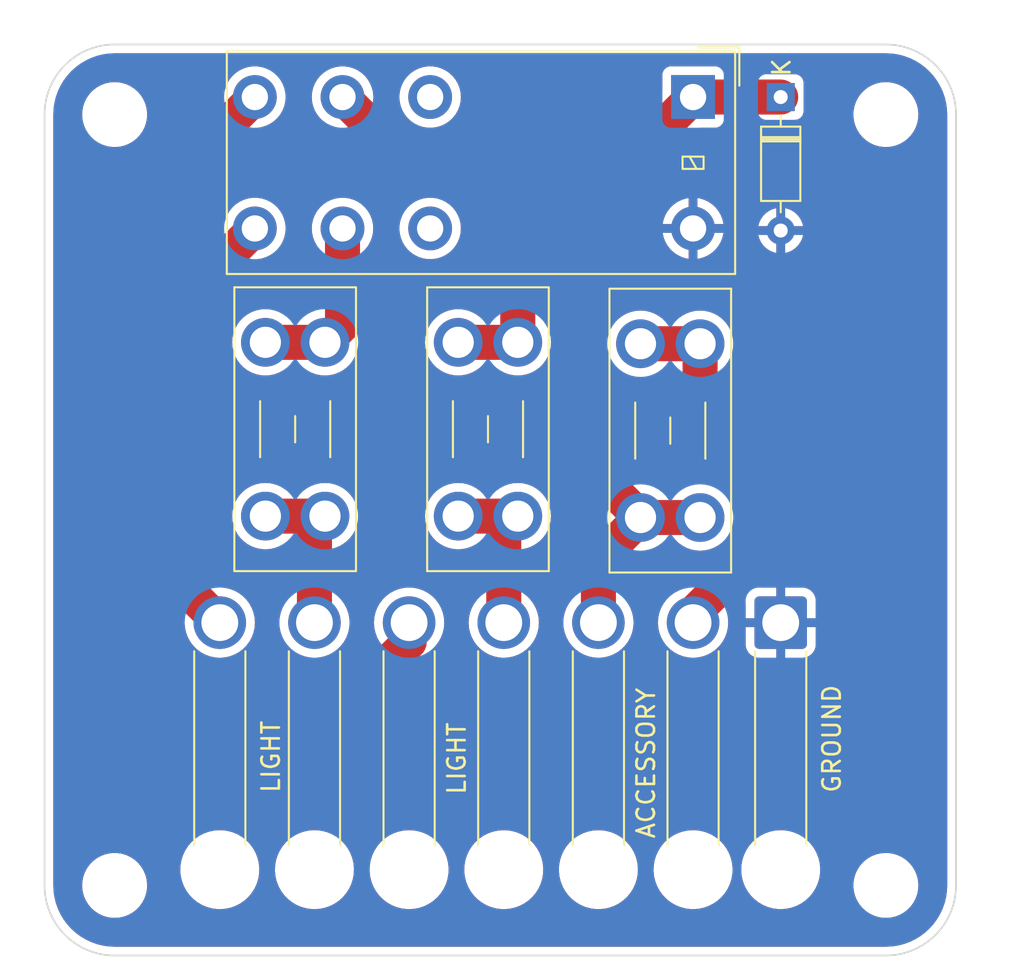
<source format=kicad_pcb>
(kicad_pcb (version 20221018) (generator pcbnew)
  (layers (0 "F.Cu" signal) (31 "B.Cu" signal) (34 "B.Paste" user) (35 "F.Paste" user) (36 "B.SilkS" user "B.Silkscreen") (37 "F.SilkS" user "F.Silkscreen") (38 "B.Mask" user) (39 "F.Mask" user) (44 "Edge.Cuts" user))
  (net 0 "")
  (net 1 "+12V")
  (net 2 "GND")
  (net 3 "Net-(J4-Pin_6)")
  (net 4 "Net-(F2-Pad1)")
  (net 5 "Net-(J4-Pin_4)")
  (net 6 "Net-(F3-Pad1)")
  (net 7 "Net-(J4-Pin_2)")
  (net 8 "Net-(J4-Pin_1)")
  (net 9 "Net-(J4-Pin_3)")
  (footprint "Diode_THT:D_DO-35_SOD27_P7.62mm_Horizontal" (layer "F.Cu") (at 42 3 -90)
    (fp_text reference "D1" hide)
    (fp_text value "1N4148")
    (fp_text user "K" (at -1.69 -0.05 90) (layer "F.SilkS"))
    (fp_line (start 1.04 0) (end 1.69 0) (stroke (width 0.12)) (layer "F.SilkS"))
    (fp_line (start 1.69 -1.12) (end 1.69 1.12) (stroke (width 0.12)) (layer "F.SilkS"))
    (fp_line (start 1.69 1.12) (end 5.93 1.12) (stroke (width 0.12)) (layer "F.SilkS"))
    (fp_line (start 2.29 -1.12) (end 2.29 1.12) (stroke (width 0.12)) (layer "F.SilkS"))
    (fp_line (start 2.41 -1.12) (end 2.41 1.12) (stroke (width 0.12)) (layer "F.SilkS"))
    (fp_line (start 2.53 -1.12) (end 2.53 1.12) (stroke (width 0.12)) (layer "F.SilkS"))
    (fp_line (start 5.93 -1.12) (end 1.69 -1.12) (stroke (width 0.12)) (layer "F.SilkS"))
    (fp_line (start 5.93 1.12) (end 5.93 -1.12) (stroke (width 0.12)) (layer "F.SilkS"))
    (fp_line (start 6.58 0) (end 5.93 0) (stroke (width 0.12)) (layer "F.SilkS"))
    (pad "1" thru_hole rect (at 0 0 270) (size 1.6 1.6) (drill 0.8) (layers "*.Cu" "*.Mask") (net 1 "+12V"))
    (pad "2" thru_hole oval (at 7.62 0 270) (size 1.6 1.6) (drill 0.8) (layers "*.Cu" "*.Mask") (net 2 "GND"))
  )
  (footprint "Relay_THT:Relay_DPDT_Omron_G2RL" (layer "F.Cu") (at 37 3 180)
    (fp_text reference "RL1" hide)
    (fp_text value "G2RL-24-DC12")
    (fp_line (start -2.64 2.84) (end -2.64 0.65) (stroke (width 0.12)) (layer "F.SilkS"))
    (fp_line (start -2.4 -10.1) (end -2.4 2.6) (stroke (width 0.12)) (layer "F.SilkS"))
    (fp_line (start -2.4 2.6) (end 26.6 2.6) (stroke (width 0.12)) (layer "F.SilkS"))
    (fp_line (start -0.6 -4.1) (end -0.6 -3.4) (stroke (width 0.12)) (layer "F.SilkS"))
    (fp_line (start -0.6 -3.4) (end 0.6 -3.4) (stroke (width 0.12)) (layer "F.SilkS"))
    (fp_line (start -0.3 2.84) (end -2.64 2.84) (stroke (width 0.12)) (layer "F.SilkS"))
    (fp_line (start 0.2 -3.4) (end -0.2 -4.1) (stroke (width 0.12)) (layer "F.SilkS"))
    (fp_line (start 0.6 -4.1) (end -0.6 -4.1) (stroke (width 0.12)) (layer "F.SilkS"))
    (fp_line (start 0.6 -3.4) (end 0.6 -4.1) (stroke (width 0.12)) (layer "F.SilkS"))
    (fp_line (start 26.6 -10.1) (end -2.4 -10.1) (stroke (width 0.12)) (layer "F.SilkS"))
    (fp_line (start 26.6 2.6) (end 26.6 -10.1) (stroke (width 0.12)) (layer "F.SilkS"))
    (pad "1" thru_hole rect (at 0 0 270) (size 2.5 2.5) (drill 1.5) (layers "*.Cu" "*.Mask") (net 1 "+12V"))
    (pad "2" thru_hole oval (at 15 0 270) (size 2.5 2.5) (drill 1.5) (layers "*.Cu" "*.Mask"))
    (pad "3" thru_hole oval (at 20 0 270) (size 2.5 2.5) (drill 1.5) (layers "*.Cu" "*.Mask") (net 4 "Net-(F2-Pad1)"))
    (pad "4" thru_hole oval (at 25 0 270) (size 2.5 2.5) (drill 1.5) (layers "*.Cu" "*.Mask") (net 9 "Net-(J4-Pin_3)"))
    (pad "5" thru_hole oval (at 25 -7.5 270) (size 2.5 2.5) (drill 1.5) (layers "*.Cu" "*.Mask") (net 8 "Net-(J4-Pin_1)"))
    (pad "6" thru_hole oval (at 20 -7.5 270) (size 2.5 2.5) (drill 1.5) (layers "*.Cu" "*.Mask") (net 6 "Net-(F3-Pad1)"))
    (pad "7" thru_hole oval (at 15 -7.5 270) (size 2.5 2.5) (drill 1.5) (layers "*.Cu" "*.Mask"))
    (pad "8" thru_hole oval (at 0 -7.5 270) (size 2.5 2.5) (drill 1.5) (layers "*.Cu" "*.Mask") (net 2 "GND"))
  )
  (footprint "Connector_Wire:SolderWire-1sqmm_1x06_P5.4mm_D1.4mm_OD2.7mm_Relief" (layer "F.Cu") (at 10 33)
    (fp_text reference "J4" hide)
    (fp_text value "Conn_01x06")
    (fp_line (start -1.46 1.635) (end -1.46 14.74) (stroke (width 0.12)) (layer "F.SilkS"))
    (fp_line (start 1.46 1.635) (end 1.46 14.74) (stroke (width 0.12)) (layer "F.SilkS"))
    (fp_line (start 3.94 1.635) (end 3.94 14.74) (stroke (width 0.12)) (layer "F.SilkS"))
    (fp_line (start 6.86 1.635) (end 6.86 14.74) (stroke (width 0.12)) (layer "F.SilkS"))
    (fp_line (start 9.34 1.635) (end 9.34 14.74) (stroke (width 0.12)) (layer "F.SilkS"))
    (fp_line (start 12.26 1.635) (end 12.26 14.74) (stroke (width 0.12)) (layer "F.SilkS"))
    (fp_line (start 14.74 1.635) (end 14.74 14.74) (stroke (width 0.12)) (layer "F.SilkS"))
    (fp_line (start 17.66 1.635) (end 17.66 14.74) (stroke (width 0.12)) (layer "F.SilkS"))
    (fp_line (start 20.14 1.635) (end 20.14 14.74) (stroke (width 0.12)) (layer "F.SilkS"))
    (fp_line (start 23.06 1.635) (end 23.06 14.74) (stroke (width 0.12)) (layer "F.SilkS"))
    (fp_line (start 25.54 1.635) (end 25.54 14.74) (stroke (width 0.12)) (layer "F.SilkS"))
    (fp_line (start 28.46 1.635) (end 28.46 14.74) (stroke (width 0.12)) (layer "F.SilkS"))
    (pad "" np_thru_hole circle (at 0 14.1) (size 4 4) (drill 4) (layers "F&B.Cu" "*.Mask"))
    (pad "" np_thru_hole circle (at 5.4 14.1) (size 4 4) (drill 4) (layers "F&B.Cu" "*.Mask"))
    (pad "" np_thru_hole circle (at 10.8 14.1) (size 4 4) (drill 4) (layers "F&B.Cu" "*.Mask"))
    (pad "" np_thru_hole circle (at 16.2 14.1) (size 4 4) (drill 4) (layers "F&B.Cu" "*.Mask"))
    (pad "" np_thru_hole circle (at 21.6 14.1) (size 4 4) (drill 4) (layers "F&B.Cu" "*.Mask"))
    (pad "" np_thru_hole circle (at 27 14.1) (size 4 4) (drill 4) (layers "F&B.Cu" "*.Mask"))
    (pad "1" thru_hole circle (at 0 0) (size 3 3) (drill 2.1) (layers "*.Cu" "*.Mask") (net 8 "Net-(J4-Pin_1)"))
    (pad "2" thru_hole circle (at 5.4 0) (size 3 3) (drill 2.1) (layers "*.Cu" "*.Mask") (net 7 "Net-(J4-Pin_2)"))
    (pad "3" thru_hole circle (at 10.8 0) (size 3 3) (drill 2.1) (layers "*.Cu" "*.Mask") (net 9 "Net-(J4-Pin_3)"))
    (pad "4" thru_hole circle (at 16.2 0) (size 3 3) (drill 2.1) (layers "*.Cu" "*.Mask") (net 5 "Net-(J4-Pin_4)"))
    (pad "5" thru_hole circle (at 21.6 0) (size 3 3) (drill 2.1) (layers "*.Cu" "*.Mask") (net 1 "+12V"))
    (pad "6" thru_hole circle (at 27 0) (size 3 3) (drill 2.1) (layers "*.Cu" "*.Mask") (net 3 "Net-(J4-Pin_6)"))
  )
  (footprint "MountingHole:MountingHole_3.2mm_M3" (layer "F.Cu") (at 4 48)
    (fp_text reference "H3" hide)
    (fp_text value "MountingHole")
    (pad "" np_thru_hole circle (at 0 0) (size 3.2 3.2) (drill 3.2) (layers "*.Cu" "*.Mask"))
  )
  (footprint "MountingHole:MountingHole_3.2mm_M3" (layer "F.Cu") (at 48 4)
    (fp_text reference "H2" hide)
    (fp_text value "MountingHole")
    (pad "" np_thru_hole circle (at 0 0) (size 3.2 3.2) (drill 3.2) (layers "*.Cu" "*.Mask"))
  )
  (footprint "MountingHole:MountingHole_3.2mm_M3" (layer "F.Cu") (at 4 4)
    (fp_text reference "H1" hide)
    (fp_text value "MountingHole")
    (pad "" np_thru_hole circle (at 0 0) (size 3.2 3.2) (drill 3.2) (layers "*.Cu" "*.Mask"))
  )
  (footprint "Fuse:Fuseholder_Blade_Mini_Keystone_3568" (layer "F.Cu") (at 34 27 90)
    (fp_text reference "F1" hide)
    (fp_text value "Fuse")
    (fp_line (start -3.14 -1.77) (end -3.14 5.17) (stroke (width 0.12)) (layer "F.SilkS"))
    (fp_line (start -3.14 5.17) (end 13.06 5.17) (stroke (width 0.12)) (layer "F.SilkS"))
    (fp_line (start 3.36 -0.3) (end 6.56 -0.3) (stroke (width 0.12)) (layer "F.SilkS"))
    (fp_line (start 4.21 1.7) (end 5.71 1.7) (stroke (width 0.12)) (layer "F.SilkS"))
    (fp_line (start 6.56 3.7) (end 3.36 3.7) (stroke (width 0.12)) (layer "F.SilkS"))
    (fp_line (start 13.06 -1.77) (end -3.14 -1.77) (stroke (width 0.12)) (layer "F.SilkS"))
    (fp_line (start 13.06 5.17) (end 13.06 -1.77) (stroke (width 0.12)) (layer "F.SilkS"))
    (pad "1" thru_hole circle (at 0 0 90) (size 2.78 2.78) (drill 1.78) (layers "*.Cu" "*.Mask") (net 1 "+12V"))
    (pad "1" thru_hole circle (at 0 3.4 90) (size 2.78 2.78) (drill 1.78) (layers "*.Cu" "*.Mask") (net 1 "+12V"))
    (pad "2" thru_hole circle (at 9.92 0 90) (size 2.78 2.78) (drill 1.78) (layers "*.Cu" "*.Mask") (net 3 "Net-(J4-Pin_6)"))
    (pad "2" thru_hole circle (at 9.92 3.4 90) (size 2.78 2.78) (drill 1.78) (layers "*.Cu" "*.Mask") (net 3 "Net-(J4-Pin_6)"))
  )
  (footprint "Fuse:Fuseholder_Blade_Mini_Keystone_3568" (layer "F.Cu") (at 27 17 -90)
    (fp_text reference "F2" hide)
    (fp_text value "Fuse")
    (fp_line (start -3.14 -1.77) (end -3.14 5.17) (stroke (width 0.12)) (layer "F.SilkS"))
    (fp_line (start -3.14 5.17) (end 13.06 5.17) (stroke (width 0.12)) (layer "F.SilkS"))
    (fp_line (start 3.36 -0.3) (end 6.56 -0.3) (stroke (width 0.12)) (layer "F.SilkS"))
    (fp_line (start 4.21 1.7) (end 5.71 1.7) (stroke (width 0.12)) (layer "F.SilkS"))
    (fp_line (start 6.56 3.7) (end 3.36 3.7) (stroke (width 0.12)) (layer "F.SilkS"))
    (fp_line (start 13.06 -1.77) (end -3.14 -1.77) (stroke (width 0.12)) (layer "F.SilkS"))
    (fp_line (start 13.06 5.17) (end 13.06 -1.77) (stroke (width 0.12)) (layer "F.SilkS"))
    (pad "1" thru_hole circle (at 0 0 270) (size 2.78 2.78) (drill 1.78) (layers "*.Cu" "*.Mask") (net 4 "Net-(F2-Pad1)"))
    (pad "1" thru_hole circle (at 0 3.4 270) (size 2.78 2.78) (drill 1.78) (layers "*.Cu" "*.Mask") (net 4 "Net-(F2-Pad1)"))
    (pad "2" thru_hole circle (at 9.92 0 270) (size 2.78 2.78) (drill 1.78) (layers "*.Cu" "*.Mask") (net 5 "Net-(J4-Pin_4)"))
    (pad "2" thru_hole circle (at 9.92 3.4 270) (size 2.78 2.78) (drill 1.78) (layers "*.Cu" "*.Mask") (net 5 "Net-(J4-Pin_4)"))
  )
  (footprint "MountingHole:MountingHole_3.2mm_M3" (layer "F.Cu") (at 48 48)
    (fp_text reference "H4" hide)
    (fp_text value "MountingHole")
    (pad "" np_thru_hole circle (at 0 0) (size 3.2 3.2) (drill 3.2) (layers "*.Cu" "*.Mask"))
  )
  (footprint "Connector_Wire:SolderWire-1sqmm_1x01_D1.4mm_OD2.7mm_Relief" (layer "F.Cu") (at 42 33)
    (fp_text reference "J5" hide)
    (fp_text value "Conn_01x01")
    (fp_line (start -1.46 1.635) (end -1.46 14.74) (stroke (width 0.12)) (layer "F.SilkS"))
    (fp_line (start 1.46 1.635) (end 1.46 14.74) (stroke (width 0.12)) (layer "F.SilkS"))
    (pad "" np_thru_hole circle (at 0 14.1) (size 4 4) (drill 4) (layers "F&B.Cu" "*.Mask"))
    (pad "1" thru_hole roundrect (at 0 0) (size 3 3) (drill 2.1) (layers "*.Cu" "*.Mask") (roundrect_rratio 0.090909) (net 2 "GND"))
  )
  (footprint "Fuse:Fuseholder_Blade_Mini_Keystone_3568" (layer "F.Cu") (at 16 17 -90)
    (fp_text reference "F3" hide)
    (fp_text value "Fuse")
    (fp_line (start -3.14 -1.77) (end -3.14 5.17) (stroke (width 0.12)) (layer "F.SilkS"))
    (fp_line (start -3.14 5.17) (end 13.06 5.17) (stroke (width 0.12)) (layer "F.SilkS"))
    (fp_line (start 3.36 -0.3) (end 6.56 -0.3) (stroke (width 0.12)) (layer "F.SilkS"))
    (fp_line (start 4.21 1.7) (end 5.71 1.7) (stroke (width 0.12)) (layer "F.SilkS"))
    (fp_line (start 6.56 3.7) (end 3.36 3.7) (stroke (width 0.12)) (layer "F.SilkS"))
    (fp_line (start 13.06 -1.77) (end -3.14 -1.77) (stroke (width 0.12)) (layer "F.SilkS"))
    (fp_line (start 13.06 5.17) (end 13.06 -1.77) (stroke (width 0.12)) (layer "F.SilkS"))
    (pad "1" thru_hole circle (at 0 0 270) (size 2.78 2.78) (drill 1.78) (layers "*.Cu" "*.Mask") (net 6 "Net-(F3-Pad1)"))
    (pad "1" thru_hole circle (at 0 3.4 270) (size 2.78 2.78) (drill 1.78) (layers "*.Cu" "*.Mask") (net 6 "Net-(F3-Pad1)"))
    (pad "2" thru_hole circle (at 9.92 0 270) (size 2.78 2.78) (drill 1.78) (layers "*.Cu" "*.Mask") (net 7 "Net-(J4-Pin_2)"))
    (pad "2" thru_hole circle (at 9.92 3.4 270) (size 2.78 2.78) (drill 1.78) (layers "*.Cu" "*.Mask") (net 7 "Net-(J4-Pin_2)"))
  )
  (gr_arc (start 48 0) (mid 50.828427 1.171573) (end 52 4) (stroke (width 0.1)) (layer "Edge.Cuts"))
  (gr_line (start 0 4) (end 0 48) (stroke (width 0.1)) (layer "Edge.Cuts"))
  (gr_line (start 52 4) (end 52 48) (stroke (width 0.1)) (layer "Edge.Cuts"))
  (gr_arc (start 4 52) (mid 1.171573 50.828427) (end 0 48) (stroke (width 0.1)) (layer "Edge.Cuts"))
  (gr_arc (start 0 4) (mid 1.171573 1.171573) (end 4 0) (stroke (width 0.1)) (layer "Edge.Cuts"))
  (gr_line (start 4 0) (end 48 0) (stroke (width 0.1)) (layer "Edge.Cuts"))
  (gr_arc (start 52 48) (mid 50.828427 50.828427) (end 48 52) (stroke (width 0.1)) (layer "Edge.Cuts"))
  (gr_line (start 4 52) (end 48 52) (stroke (width 0.1)) (layer "Edge.Cuts"))
  (gr_text "GROUND" (at 45.5 42.8 90) (layer "F.SilkS") (effects (font (size 1 1)) (justify left bottom)))
  (gr_text "LIGHT" (at 24.1 42.9 90) (layer "F.SilkS") (effects (font (size 1 1)) (justify left bottom)))
  (gr_text "LIGHT" (at 13.5 42.8 90) (layer "F.SilkS") (effects (font (size 1 1)) (justify left bottom)))
  (gr_text "ACCESSORY" (at 34.9 45.4 90) (layer "F.SilkS") (effects (font (size 1 1)) (justify left bottom)))
  (segment (start 31.6 29.4) (end 34 27) (width 2) (layer "F.Cu") (net 1))
  (segment (start 31.6 33) (end 31.6 29.4) (width 2) (layer "F.Cu") (net 1))
  (segment (start 34 27) (end 37.4 27) (width 2) (layer "F.Cu") (net 1))
  (segment (start 30.6 9.4) (end 30.6 23.6) (width 2) (layer "F.Cu") (net 1))
  (segment (start 37 3) (end 30.6 9.4) (width 2) (layer "F.Cu") (net 1))
  (segment (start 37 3) (end 42 3) (width 2) (layer "F.Cu") (net 1))
  (segment (start 30.6 23.6) (end 34 27) (width 2) (layer "F.Cu") (net 1))
  (segment (start 37 33) (end 37 32.5) (width 2) (layer "F.Cu") (net 3))
  (segment (start 34 17.08) (end 37.4 17.08) (width 2) (layer "F.Cu") (net 3))
  (segment (start 41 28.5) (end 41 24.6) (width 2) (layer "F.Cu") (net 3))
  (segment (start 41 24.6) (end 37.4 21) (width 2) (layer "F.Cu") (net 3))
  (segment (start 37 32.5) (end 41 28.5) (width 2) (layer "F.Cu") (net 3))
  (segment (start 37.4 21) (end 37.4 17.08) (width 2) (layer "F.Cu") (net 3))
  (segment (start 27 9.5) (end 27 17) (width 2) (layer "F.Cu") (net 4))
  (segment (start 17 3) (end 20.9 6.9) (width 2) (layer "F.Cu") (net 4))
  (segment (start 24.4 6.9) (end 27 9.5) (width 2) (layer "F.Cu") (net 4))
  (segment (start 23.6 17) (end 27 17) (width 2) (layer "F.Cu") (net 4))
  (segment (start 20.9 6.9) (end 24.4 6.9) (width 2) (layer "F.Cu") (net 4))
  (segment (start 26.2 33) (end 26.2 27.72) (width 2) (layer "F.Cu") (net 5))
  (segment (start 26.2 27.72) (end 27 26.92) (width 2) (layer "F.Cu") (net 5))
  (segment (start 23.6 26.92) (end 27 26.92) (width 2) (layer "F.Cu") (net 5))
  (segment (start 17 16) (end 16 17) (width 2) (layer "F.Cu") (net 6))
  (segment (start 17 10.5) (end 17 16) (width 2) (layer "F.Cu") (net 6))
  (segment (start 12.6 17) (end 16 17) (width 2) (layer "F.Cu") (net 6))
  (segment (start 12.6 26.92) (end 16 26.92) (width 2) (layer "F.Cu") (net 7))
  (segment (start 15.4 33) (end 15.4 27.52) (width 2) (layer "F.Cu") (net 7))
  (segment (start 15.4 27.52) (end 16 26.92) (width 2) (layer "F.Cu") (net 7))
  (segment (start 12 10.5) (end 8.2 14.3) (width 2) (layer "F.Cu") (net 8))
  (segment (start 8.2 14.3) (end 8.2 31.2) (width 2) (layer "F.Cu") (net 8))
  (segment (start 8.2 31.2) (end 10 33) (width 2) (layer "F.Cu") (net 8))
  (segment (start 9.6 38.2) (end 16.7 38.2) (width 2) (layer "F.Cu") (net 9))
  (segment (start 4.6 10.4) (end 4.6 33.2) (width 2) (layer "F.Cu") (net 9))
  (segment (start 4.6 33.2) (end 9.6 38.2) (width 2) (layer "F.Cu") (net 9))
  (segment (start 16.7 38.2) (end 20.8 34.1) (width 2) (layer "F.Cu") (net 9))
  (segment (start 12 3) (end 4.6 10.4) (width 2) (layer "F.Cu") (net 9))
  (segment (start 20.8 34.1) (end 20.8 33.25) (width 2) (layer "F.Cu") (net 9))
  (zone (net 2) (net_name "GND") (layers "F&B.Cu") (connect_pads (clearance 0.5)) (min_thickness 0.25) (fill yes (thermal_gap 0.5) (thermal_bridge_width 0.5))
    (polygon (pts (xy -2.54 -2.54) (xy -2.54 53.34) (xy 55.88 53.34) (xy 55.88 -2.54)))
  )
)
</source>
